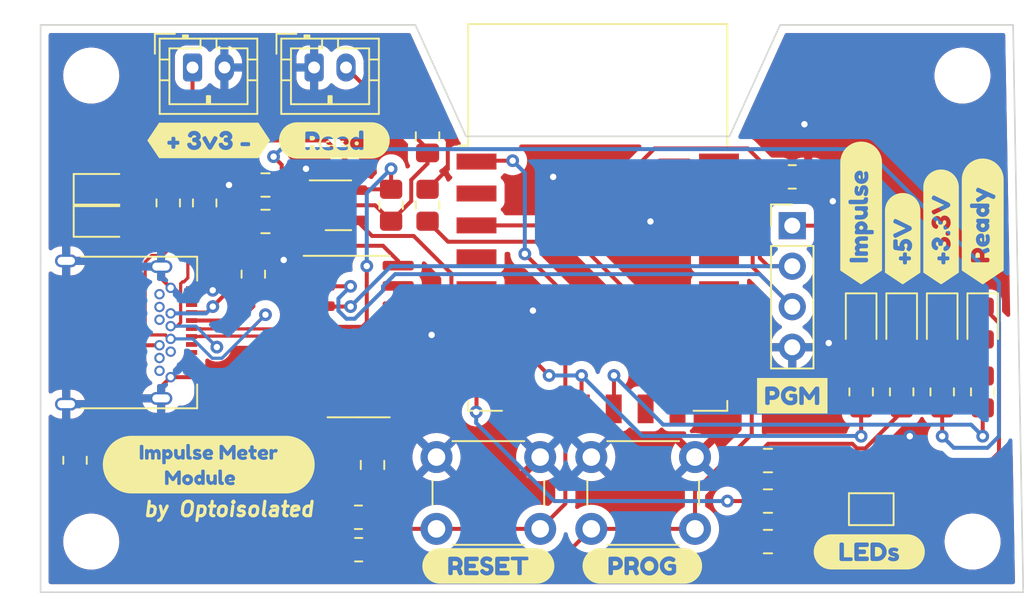
<source format=kicad_pcb>
(kicad_pcb (version 20211014) (generator pcbnew)
  (layers (0 "F.Cu" signal) (31 "B.Cu" signal) (34 "B.Paste" user) (35 "F.Paste" user) (36 "B.SilkS" user "B.Silkscreen") (37 "F.SilkS" user "F.Silkscreen") (38 "B.Mask" user) (39 "F.Mask" user) (44 "Edge.Cuts" user))
  (net 0 "")
  (net 1 "GND")
  (net 2 "Net-(C1-Pad2)")
  (net 3 "+5V")
  (net 4 "+3V3")
  (net 5 "Net-(D1-Pad1)")
  (net 6 "Net-(D4-Pad1)")
  (net 7 "Net-(D4-Pad2)")
  (net 8 "Net-(D5-Pad2)")
  (net 9 "Net-(D6-Pad2)")
  (net 10 "Net-(D7-Pad2)")
  (net 13 "Net-(J2-PadA5)")
  (net 14 "/USBD+")
  (net 15 "/USBD-")
  (net 21 "Net-(J2-PadB5)")
  (net 25 "TX")
  (net 26 "RX")
  (net 27 "Net-(R6-Pad2)")
  (net 28 "Net-(R7-Pad1)")
  (net 29 "Net-(R8-Pad1)")
  (net 30 "Net-(R9-Pad2)")
  (net 31 "RDY")
  (net 32 "TRIG")
  (footprint "Resistor_SMD:R_0805_2012Metric_Pad1.20x1.40mm_HandSolder" (layer "F.Cu") (at 120.65 93.488 90)
    (fp_text reference "R11" hide)
    (fp_text value "1K")
    (pad "1" smd roundrect locked (at -1 0 90) (size 1.2 1.4) (layers "F.Cu" "F.Paste" "F.Mask") (roundrect_rratio 0.208333) (net 4 "+3V3"))
    (pad "2" smd roundrect locked (at 1 0 90) (size 1.2 1.4) (layers "F.Cu" "F.Paste" "F.Mask") (roundrect_rratio 0.208333) (net 8 "Net-(D5-Pad2)"))
  )
  (footprint "Resistor_SMD:R_0805_2012Metric_Pad1.20x1.40mm_HandSolder" (layer "F.Cu") (at 118.11 93.488 90)
    (fp_text reference "R13" hide)
    (fp_text value "1K")
    (pad "1" smd roundrect locked (at -1 0 90) (size 1.2 1.4) (layers "F.Cu" "F.Paste" "F.Mask") (roundrect_rratio 0.208333) (net 32 "TRIG"))
    (pad "2" smd roundrect locked (at 1 0 90) (size 1.2 1.4) (layers "F.Cu" "F.Paste" "F.Mask") (roundrect_rratio 0.208333) (net 10 "Net-(D7-Pad2)"))
  )
  (footprint "kibuzzard-61B51C69" (layer "F.Cu") (at 85.09 77.724)
    (fp_text reference "kibuzzard-61B51C69" hide)
    (fp_text value "G***" hide)
  )
  (footprint "Jumper:SolderJumper-2_P1.3mm_Bridged_Pad1.0x1.5mm" (layer "F.Cu") (at 118.745 100.838)
    (fp_text reference "JP1" hide)
    (fp_text value "LEDs")
    (fp_poly (pts (xy -0.25 -0.3) (xy 0.25 -0.3) (xy 0.25 0.3) (xy -0.25 0.3)) (layer "F.Cu") (width 0) (fill solid))
    (pad "1" smd rect locked (at -0.65 0) (size 1 1.5) (layers "F.Cu" "F.Mask") (net 6 "Net-(D4-Pad1)"))
    (pad "2" smd rect locked (at 0.65 0) (size 1 1.5) (layers "F.Cu" "F.Mask") (net 1 "GND"))
  )
  (footprint "Button_Switch_THT:SW_PUSH_6mm" (layer "F.Cu") (at 91.492 97.572)
    (fp_text reference "SW1" hide)
    (fp_text value "Reset")
    (pad "1" thru_hole circle locked (at 0 0 90) (size 2 2) (drill 1.1) (layers *.Cu *.Mask) (net 1 "GND"))
    (pad "1" thru_hole circle locked (at 6.5 0 90) (size 2 2) (drill 1.1) (layers *.Cu *.Mask) (net 1 "GND"))
    (pad "2" thru_hole circle locked (at 6.5 4.5 90) (size 2 2) (drill 1.1) (layers *.Cu *.Mask) (net 28 "Net-(R7-Pad1)"))
    (pad "2" thru_hole circle locked (at 0 4.5 90) (size 2 2) (drill 1.1) (layers *.Cu *.Mask) (net 28 "Net-(R7-Pad1)"))
  )
  (footprint "kibuzzard-61B51CF9" (layer "F.Cu") (at 118.618 103.514525)
    (fp_text reference "kibuzzard-61B51CF9" hide)
    (fp_text value "G***" hide)
  )
  (footprint "kibuzzard-61B4AE05" (layer "F.Cu") (at 104.394 104.394)
    (fp_text reference "kibuzzard-61B4AE05" hide)
    (fp_text value "G***" hide)
  )
  (footprint "Capacitor_SMD:C_0805_2012Metric_Pad1.18x1.45mm_HandSolder" (layer "F.Cu") (at 87.4815 98.0655 90)
    (fp_text reference "C4" hide)
    (fp_text value "100n")
    (pad "1" smd roundrect locked (at -1.0375 0 90) (size 1.175 1.45) (layers "F.Cu" "F.Paste" "F.Mask") (roundrect_rratio 0.212766) (net 1 "GND"))
    (pad "2" smd roundrect locked (at 1.0375 0 90) (size 1.175 1.45) (layers "F.Cu" "F.Paste" "F.Mask") (roundrect_rratio 0.212766) (net 4 "+3V3"))
  )
  (footprint "Connector_PinHeader_2.54mm:PinHeader_1x04_P2.54mm_Vertical" (layer "F.Cu") (at 113.792 83.068)
    (fp_text reference "J3" hide)
    (fp_text value "PROG")
    (pad "1" thru_hole rect locked (at 0 0) (size 1.7 1.7) (drill 1) (layers *.Cu *.Mask) (net 4 "+3V3"))
    (pad "2" thru_hole oval locked (at 0 2.54) (size 1.7 1.7) (drill 1) (layers *.Cu *.Mask) (net 25 "TX"))
    (pad "3" thru_hole oval locked (at 0 5.08) (size 1.7 1.7) (drill 1) (layers *.Cu *.Mask) (net 26 "RX"))
    (pad "4" thru_hole oval locked (at 0 7.62) (size 1.7 1.7) (drill 1) (layers *.Cu *.Mask) (net 1 "GND"))
  )
  (footprint "MountingHole:MountingHole_2.5mm" (layer "F.Cu") (at 125.095 102.87)
    (fp_text reference "REF**" hide)
    (fp_text value "MountingHole_2.5mm" hide)
    (pad "" np_thru_hole circle locked (at 0 0) (size 2.5 2.5) (drill 2.5) (layers *.Cu *.Mask))
  )
  (footprint "Capacitor_SMD:C_0805_2012Metric_Pad1.18x1.45mm_HandSolder" (layer "F.Cu") (at 112.268 97.79)
    (fp_text reference "C5" hide)
    (fp_text value "10u")
    (pad "1" smd roundrect locked (at -1.0375 0) (size 1.175 1.45) (layers "F.Cu" "F.Paste" "F.Mask") (roundrect_rratio 0.212766) (net 4 "+3V3"))
    (pad "2" smd roundrect locked (at 1.0375 0) (size 1.175 1.45) (layers "F.Cu" "F.Paste" "F.Mask") (roundrect_rratio 0.212766) (net 1 "GND"))
  )
  (footprint "kibuzzard-61B4AE0E" (layer "F.Cu") (at 94.742 104.394)
    (fp_text reference "kibuzzard-61B4AE0E" hide)
    (fp_text value "G***" hide)
  )
  (footprint "kibuzzard-61B51D56" (layer "F.Cu") (at 113.792 93.726)
    (fp_text reference "kibuzzard-61B51D56" hide)
    (fp_text value "G***" hide)
  )
  (footprint "MountingHole:MountingHole_2.5mm" (layer "F.Cu") (at 69.85 102.87)
    (fp_text reference "REF**" hide)
    (fp_text value "MountingHole_2.5mm" hide)
    (pad "" np_thru_hole circle locked (at 0 0) (size 2.5 2.5) (drill 2.5) (layers *.Cu *.Mask))
  )
  (footprint "Connector_JST:JST_PH_B2B-PH-K_1x02_P2.00mm_Vertical" (layer "F.Cu") (at 76.2 73.152)
    (fp_text reference "J1" hide)
    (fp_text value "3.3V DC")
    (pad "1" thru_hole roundrect locked (at 0 0) (size 1.2 1.75) (drill 0.75) (layers *.Cu *.Mask) (roundrect_rratio 0.208333) (net 4 "+3V3"))
    (pad "2" thru_hole oval locked (at 2 0) (size 1.2 1.75) (drill 0.75) (layers *.Cu *.Mask) (net 1 "GND"))
  )
  (footprint "Resistor_SMD:R_0805_2012Metric_Pad1.20x1.40mm_HandSolder" (layer "F.Cu") (at 74.676 81.642 90)
    (fp_text reference "R5" hide)
    (fp_text value "15K")
    (pad "1" smd roundrect locked (at -1 0 90) (size 1.2 1.4) (layers "F.Cu" "F.Paste" "F.Mask") (roundrect_rratio 0.208333) (net 14 "/USBD+"))
    (pad "2" smd roundrect locked (at 1 0 90) (size 1.2 1.4) (layers "F.Cu" "F.Paste" "F.Mask") (roundrect_rratio 0.208333) (net 1 "GND"))
  )
  (footprint "kibuzzard-61B52BC4" (layer "F.Cu") (at 77.216 98.044)
    (fp_text reference "kibuzzard-61B52BC4" hide)
    (fp_text value "G***" hide)
  )
  (footprint "Diode_SMD:D_0805_2012Metric_Pad1.15x1.40mm_HandSolder" (layer "F.Cu") (at 70.612 80.787)
    (fp_text reference "D1" hide)
    (fp_text value "1N4728")
    (pad "1" smd roundrect locked (at -1.025 0) (size 1.15 1.4) (layers "F.Cu" "F.Paste" "F.Mask") (roundrect_rratio 0.217391) (net 5 "Net-(D1-Pad1)"))
    (pad "2" smd roundrect locked (at 1.025 0) (size 1.15 1.4) (layers "F.Cu" "F.Paste" "F.Mask") (roundrect_rratio 0.217391) (net 3 "+5V"))
  )
  (footprint "kibuzzard-61B4AC1D" (layer "F.Cu") (at 123.11962 83.148488 90)
    (fp_text reference "kibuzzard-61B4AC1D" hide)
    (fp_text value "G***" hide)
  )
  (footprint "Resistor_SMD:R_0805_2012Metric_Pad1.20x1.40mm_HandSolder" (layer "F.Cu") (at 86.598 101.346 180)
    (fp_text reference "R7" hide)
    (fp_text value "10K")
    (pad "1" smd roundrect locked (at -1 0 180) (size 1.2 1.4) (layers "F.Cu" "F.Paste" "F.Mask") (roundrect_rratio 0.208333) (net 28 "Net-(R7-Pad1)"))
    (pad "2" smd roundrect locked (at 1 0 180) (size 1.2 1.4) (layers "F.Cu" "F.Paste" "F.Mask") (roundrect_rratio 0.208333) (net 4 "+3V3"))
  )
  (footprint "kibuzzard-61B4AC41" (layer "F.Cu") (at 125.73 82.804 90)
    (fp_text reference "kibuzzard-61B4AC41" hide)
    (fp_text value "G***" hide)
  )
  (footprint "Capacitor_SMD:C_0805_2012Metric_Pad1.18x1.45mm_HandSolder" (layer "F.Cu") (at 90.932 77.47 -90)
    (fp_text reference "C1" hide)
    (fp_text value "100nF")
    (pad "1" smd roundrect locked (at -1.0375 0 270) (size 1.175 1.45) (layers "F.Cu" "F.Paste" "F.Mask") (roundrect_rratio 0.212766) (net 1 "GND"))
    (pad "2" smd roundrect locked (at 1.0375 0 270) (size 1.175 1.45) (layers "F.Cu" "F.Paste" "F.Mask") (roundrect_rratio 0.212766) (net 2 "Net-(C1-Pad2)"))
  )
  (footprint "MountingHole:MountingHole_2.5mm" (layer "F.Cu") (at 124.46 73.66)
    (fp_text reference "REF**" hide)
    (fp_text value "MountingHole_2.5mm" hide)
    (pad "" np_thru_hole circle locked (at 0 0) (size 2.5 2.5) (drill 2.5) (layers *.Cu *.Mask))
  )
  (footprint "Resistor_SMD:R_0805_2012Metric_Pad1.20x1.40mm_HandSolder" (layer "F.Cu") (at 125.73 93.488 90)
    (fp_text reference "R12" hide)
    (fp_text value "1K")
    (pad "1" smd roundrect locked (at -1 0 90) (size 1.2 1.4) (layers "F.Cu" "F.Paste" "F.Mask") (roundrect_rratio 0.208333) (net 31 "RDY"))
    (pad "2" smd roundrect locked (at 1 0 90) (size 1.2 1.4) (layers "F.Cu" "F.Paste" "F.Mask") (roundrect_rratio 0.208333) (net 9 "Net-(D6-Pad2)"))
  )
  (footprint "Diode_SMD:D_0805_2012Metric_Pad1.15x1.40mm_HandSolder" (layer "F.Cu") (at 70.612 82.804)
    (fp_text reference "D3" hide)
    (fp_text value "1N4728")
    (pad "1" smd roundrect locked (at -1.025 0) (size 1.15 1.4) (layers "F.Cu" "F.Paste" "F.Mask") (roundrect_rratio 0.217391) (net 4 "+3V3"))
    (pad "2" smd roundrect locked (at 1.025 0) (size 1.15 1.4) (layers "F.Cu" "F.Paste" "F.Mask") (roundrect_rratio 0.217391) (net 5 "Net-(D1-Pad1)"))
  )
  (footprint "Resistor_SMD:R_0805_2012Metric_Pad1.20x1.40mm_HandSolder" (layer "F.Cu") (at 76.962 81.642 90)
    (fp_text reference "R4" hide)
    (fp_text value "15K")
    (pad "1" smd roundrect locked (at -1 0 90) (size 1.2 1.4) (layers "F.Cu" "F.Paste" "F.Mask") (roundrect_rratio 0.208333) (net 15 "/USBD-"))
    (pad "2" smd roundrect locked (at 1 0 90) (size 1.2 1.4) (layers "F.Cu" "F.Paste" "F.Mask") (roundrect_rratio 0.208333) (net 1 "GND"))
  )
  (footprint "Resistor_SMD:R_0805_2012Metric_Pad1.20x1.40mm_HandSolder" (layer "F.Cu") (at 86.614 103.378 180)
    (fp_text reference "R8" hide)
    (fp_text value "10K")
    (pad "1" smd roundrect locked (at -1 0 180) (size 1.2 1.4) (layers "F.Cu" "F.Paste" "F.Mask") (roundrect_rratio 0.208333) (net 29 "Net-(R8-Pad1)"))
    (pad "2" smd roundrect locked (at 1 0 180) (size 1.2 1.4) (layers "F.Cu" "F.Paste" "F.Mask") (roundrect_rratio 0.208333) (net 4 "+3V3"))
  )
  (footprint "Capacitor_SMD:C_0805_2012Metric_Pad1.18x1.45mm_HandSolder" (layer "F.Cu") (at 112.268 102.87)
    (fp_text reference "C7" hide)
    (fp_text value "100n")
    (pad "1" smd roundrect locked (at -1.0375 0) (size 1.175 1.45) (layers "F.Cu" "F.Paste" "F.Mask") (roundrect_rratio 0.212766) (net 4 "+3V3"))
    (pad "2" smd roundrect locked (at 1.0375 0) (size 1.175 1.45) (layers "F.Cu" "F.Paste" "F.Mask") (roundrect_rratio 0.212766) (net 1 "GND"))
  )
  (footprint "Package_TO_SOT_SMD:SOT-23-5" (layer "F.Cu") (at 85.344 81.788)
    (fp_text reference "U1" hide)
    (fp_text value "SN74LVC1G14DBV" hide)
    (pad "1" smd roundrect locked (at -1.1375 -0.95) (size 1.325 0.6) (layers "F.Cu" "F.Paste" "F.Mask"))
    (pad "2" smd roundrect locked (at -1.1375 0) (size 1.325 0.6) (layers "F.Cu" "F.Paste" "F.Mask") (net 2 "Net-(C1-Pad2)"))
    (pad "3" smd roundrect locked (at -1.1375 0.95) (size 1.325 0.6) (layers "F.Cu" "F.Paste" "F.Mask") (net 1 "GND"))
    (pad "4" smd roundrect locked (at 1.1375 0.95) (size 1.325 0.6) (layers "F.Cu" "F.Paste" "F.Mask") (net 32 "TRIG"))
    (pad "5" smd roundrect locked (at 1.1375 -0.95) (size 1.325 0.6) (layers "F.Cu" "F.Paste" "F.Mask") (net 4 "+3V3"))
  )
  (footprint "Connector_JST:JST_PH_B2B-PH-K_1x02_P2.00mm_Vertical" (layer "F.Cu") (at 83.82 73.152)
    (fp_text reference "REED1" hide)
    (fp_text value "Reed Switch")
    (pad "1" thru_hole roundrect locked (at 0 0) (size 1.2 1.75) (drill 0.75) (layers *.Cu *.Mask) (roundrect_rratio 0.208333) (net 1 "GND"))
    (pad "2" thru_hole oval locked (at 2 0) (size 1.2 1.75) (drill 0.75) (layers *.Cu *.Mask) (net 2 "Net-(C1-Pad2)"))
  )
  (footprint "Resistor_SMD:R_0805_2012Metric_Pad1.20x1.40mm_HandSolder" (layer "F.Cu") (at 68.834 97.774 -90)
    (fp_text reference "R3" hide)
    (fp_text value "5K1")
    (pad "1" smd roundrect locked (at -1 0 270) (size 1.2 1.4) (layers "F.Cu" "F.Paste" "F.Mask") (roundrect_rratio 0.208333) (net 21 "Net-(J2-PadB5)"))
    (pad "2" smd roundrect locked (at 1 0 270) (size 1.2 1.4) (layers "F.Cu" "F.Paste" "F.Mask") (roundrect_rratio 0.208333) (net 1 "GND"))
  )
  (footprint "Capacitor_SMD:C_0805_2012Metric_Pad1.18x1.45mm_HandSolder" (layer "F.Cu") (at 80.772 82.804)
    (fp_text reference "C3" hide)
    (fp_text value "100n")
    (pad "1" smd roundrect locked (at -1.0375 0) (size 1.175 1.45) (layers "F.Cu" "F.Paste" "F.Mask") (roundrect_rratio 0.212766) (net 1 "GND"))
    (pad "2" smd roundrect locked (at 1.0375 0) (size 1.175 1.45) (layers "F.Cu" "F.Paste" "F.Mask") (roundrect_rratio 0.212766) (net 3 "+5V"))
  )
  (footprint "LED_SMD:LED_0805_2012Metric_Pad1.15x1.40mm_HandSolder" (layer "F.Cu") (at 118.11 89.17 -90)
    (fp_text reference "D7")
    (fp_text value "Impulse" hide)
    (pad "1" smd roundrect locked (at -1.025 0 270) (size 1.15 1.4) (layers "F.Cu" "F.Paste" "F.Mask") (roundrect_rratio 0.217391) (net 6 "Net-(D4-Pad1)"))
    (pad "2" smd roundrect locked (at 1.025 0 270) (size 1.15 1.4) (layers "F.Cu" "F.Paste" "F.Mask") (roundrect_rratio 0.217391) (net 10 "Net-(D7-Pad2)"))
  )
  (footprint "Resistor_SMD:R_0805_2012Metric_Pad1.20x1.40mm_HandSolder" (layer "F.Cu") (at 90.932 81.788 -90)
    (fp_text reference "R9" hide)
    (fp_text value "10K")
    (pad "1" smd roundrect locked (at -1 0 270) (size 1.2 1.4) (layers "F.Cu" "F.Paste" "F.Mask") (roundrect_rratio 0.208333) (net 1 "GND"))
    (pad "2" smd roundrect locked (at 1 0 270) (size 1.2 1.4) (layers "F.Cu" "F.Paste" "F.Mask") (roundrect_rratio 0.208333) (net 30 "Net-(R9-Pad2)"))
  )
  (footprint "LED_SMD:LED_0805_2012Metric_Pad1.15x1.40mm_HandSolder" (layer "F.Cu") (at 120.65 89.17 -90)
    (fp_text reference "D5")
    (fp_text value "+3V3" hide)
    (pad "1" smd roundrect locked (at -1.025 0 270) (size 1.15 1.4) (layers "F.Cu" "F.Paste" "F.Mask") (roundrect_rratio 0.217391) (net 6 "Net-(D4-Pad1)"))
    (pad "2" smd roundrect locked (at 1.025 0 270) (size 1.15 1.4) (layers "F.Cu" "F.Paste" "F.Mask") (roundrect_rratio 0.217391) (net 8 "Net-(D5-Pad2)"))
  )
  (footprint "Resistor_SMD:R_0805_2012Metric_Pad1.20x1.40mm_HandSolder" (layer "F.Cu") (at 88.646 81.788 -90)
    (fp_text reference "R1" hide)
    (fp_text value "15K")
    (pad "1" smd roundrect locked (at -1 0 270) (size 1.2 1.4) (layers "F.Cu" "F.Paste" "F.Mask") (roundrect_rratio 0.208333) (net 4 "+3V3"))
    (pad "2" smd roundrect locked (at 1 0 270) (size 1.2 1.4) (layers "F.Cu" "F.Paste" "F.Mask") (roundrect_rratio 0.208333) (net 2 "Net-(C1-Pad2)"))
  )
  (footprint "LED_SMD:LED_0805_2012Metric_Pad1.15x1.40mm_HandSolder" (layer "F.Cu") (at 123.19 89.17 -90)
    (fp_text reference "D4")
    (fp_text value "+5V" hide)
    (pad "1" smd roundrect locked (at -1.025 0 270) (size 1.15 1.4) (layers "F.Cu" "F.Paste" "F.Mask") (roundrect_rratio 0.217391) (net 6 "Net-(D4-Pad1)"))
    (pad "2" smd roundrect locked (at 1.025 0 270) (size 1.15 1.4) (layers "F.Cu" "F.Paste" "F.Mask") (roundrect_rratio 0.217391) (net 7 "Net-(D4-Pad2)"))
  )
  (footprint "kibuzzard-61B4AC13" (layer "F.Cu") (at 120.712441 83.883765 90)
    (fp_text reference "kibuzzard-61B4AC13" hide)
    (fp_text value "G***" hide)
  )
  (footprint "Connector_USB:USB_C_Receptacle_Amphenol_12401548E4-2A" (layer "F.Cu") (at 71.12 89.7636 -90)
    (fp_text reference "J2" hide)
    (fp_text value "USB")
    (pad "" np_thru_hole circle locked (at -3.6 -4.36 270) (size 0.65 0.65) (drill 0.65) (layers *.Cu *.Mask))
    (pad "" np_thru_hole oval locked (at 3.6 -4.36 270) (size 0.95 0.65) (drill oval 0.95 0.65) (layers *.Cu *.Mask))
    (pad "A1" smd rect locked (at -2.75 -5.02 270) (size 0.3 0.7) (layers "F.Cu" "F.Paste" "F.Mask") (net 1 "GND"))
    (pad "A2" smd rect locked (at -2.25 -5.02 270) (size 0.3 0.7) (layers "F.Cu" "F.Paste" "F.Mask"))
    (pad "A3" smd rect locked (at -1.75 -5.02 270) (size 0.3 0.7) (layers "F.Cu" "F.Paste" "F.Mask"))
    (pad "A4" smd rect locked (at -1.25 -5.02 270) (size 0.3 0.7) (layers "F.Cu" "F.Paste" "F.Mask") (net 3 "+5V"))
    (pad "A5" smd rect locked (at -0.75 -5.02 270) (size 0.3 0.7) (layers "F.Cu" "F.Paste" "F.Mask") (net 13 "Net-(J2-PadA5)"))
    (pad "A6" smd rect locked (at -0.25 -5.02 270) (size 0.3 0.7) (layers "F.Cu" "F.Paste" "F.Mask") (net 14 "/USBD+"))
    (pad "A7" smd rect locked (at 0.25 -5.02 270) (size 0.3 0.7) (layers "F.Cu" "F.Paste" "F.Mask") (net 15 "/USBD-"))
    (pad "A8" smd rect locked (at 0.75 -5.02 270) (size 0.3 0.7) (layers "F.Cu" "F.Paste" "F.Mask"))
    (pad "A9" smd rect locked (at 1.25 -5.02 270) (size 0.3 0.7) (layers "F.Cu" "F.Paste" "F.Mask") (net 3 "+5V"))
    (pad "A10" smd rect locked (at 1.75 -5.02 270) (size 0.3 0.7) (layers "F.Cu" "F.Paste" "F.Mask"))
    (pad "A11" smd rect locked (at 2.25 -5.02 270) (size 0.3 0.7) (layers "F.Cu" "F.Paste" "F.Mask"))
    (pad "A12" smd rect locked (at 2.75 -5.02 270) (size 0.3 0.7) (layers "F.Cu" "F.Paste" "F.Mask") (net 1 "GND"))
    (pad "B1" thru_hole circle locked (at 2.8 -3.71 270) (size 0.65 0.65) (drill 0.4) (layers *.Cu *.Mask) (net 1 "GND"))
    (pad "B2" thru_hole circle locked (at 2.4 -3.01 270) (size 0.65 0.65) (drill 0.4) (layers *.Cu *.Mask))
    (pad "B3" thru_hole circle locked (at 1.6 -3.01 270) (size 0.65 0.65) (drill 0.4) (layers *.Cu *.Mask))
    (pad "B4" thru_hole circle locked (at 1.2 -3.71 270) (size 0.65 0.65) (drill 0.4) (layers *.Cu *.Mask) (net 3 "+5V"))
    (pad "B5" thru_hole circle locked (at 0.8 -3.01 270) (size 0.65 0.65) (drill 0.4) (layers *.Cu *.Mask) (net 21 "Net-(J2-PadB5)"))
    (pad "B6" thru_hole circle locked (at 0.4 -3.71 270) (size 0.65 0.65) (drill 0.4) (layers *.Cu *.Mask) (net 14 "/USBD+"))
    (pad "B7" thru_hole circle locked (at -0.4 -3.71 270) (size 0.65 0.65) (drill 0.4) (layers *.Cu *.Mask) (net 15 "/USBD-"))
    (pad "B8" thru_hole circle locked (at -0.8 -3.01 270) (size 0.65 0.65) (drill 0.4) (layers *.Cu *.Mask))
    (pad "B9" thru_hole circle locked (at -1.2 -3.71 270) (size 0.65 0.65) (drill 0.4) (layers *.Cu *.Mask) (net 3 "+5V"))
    (pad "B10" thru_hole circle locked (at -1.6 -3.01 270) (size 0.65 0.65) (drill 0.4) (layers *.Cu *.Mask))
    (pad "B11" thru_hole circle locked (at -2.4 -3.01 270) (size 0.65 0.65) (drill 0.4) (layers *.Cu *.Mask))
    (pad "B12" thru_hole circle locked (at -2.8 -3.71 270) (size 0.65 0.65) (drill 0.4) (layers *.Cu *.Mask) (net 1 "GND"))
    (pad "S1" thru_hole oval locked (at -4.49 2.84 270) (size 0.8 1.4) (drill oval 0.5 1.1) (layers *.Cu *.Mask) (net 1 "GND"))
    (pad "S1" thru_hole oval locked (at 4.49 2.84 270) (size 0.8 1.4) (drill oval 0.5 1.1) (layers *.Cu *.Mask) (net 1 "GND"))
    (pad "S1" thru_hole oval locked (at -4.13 -3.11 270) (size 0.8 1.4) (drill oval 0.5 1.1) (layers *.Cu *.Mask) (net 1 "GND"))
    (pad "S1" thru_hole oval locked (at 4.13 -3.11 270) (size 0.8 1.4) (drill oval 0.5 1.1) (layers *.Cu *.Mask) (net 1 "GND"))
  )
  (footprint "Capacitor_SMD:C_0805_2012Metric_Pad1.18x1.45mm_HandSolder" (layer "F.Cu") (at 112.268 100.33)
    (fp_text reference "C6" hide)
    (fp_text value "1u")
    (pad "1" smd roundrect locked (at -1.0375 0) (size 1.175 1.45) (layers "F.Cu" "F.Paste" "F.Mask") (roundrect_rratio 0.212766) (net 4 "+3V3"))
    (pad "2" smd roundrect locked (at 1.0375 0) (size 1.175 1.45) (layers "F.Cu" "F.Paste" "F.Mask") (roundrect_rratio 0.212766) (net 1 "GND"))
  )
  (footprint "Capacitor_SMD:C_0805_2012Metric_Pad1.18x1.45mm_HandSolder" (layer "F.Cu") (at 80.772 80.518)
    (fp_text reference "C2" hide)
    (fp_text value "10u")
    (pad "1" smd roundrect locked (at -1.0375 0) (size 1.175 1.45) (layers "F.Cu" "F.Paste" "F.Mask") (roundrect_rratio 0.212766) (net 1 "GND"))
    (pad "2" smd roundrect locked (at 1.0375 0) (size 1.175 1.45) (layers "F.Cu" "F.Paste" "F.Mask") (roundrect_rratio 0.212766) (net 3 "+5V"))
  )
  (footprint "Button_Switch_THT:SW_PUSH_6mm" (layer "F.Cu") (at 107.696 102.072 180)
    (fp_text reference "SW2" hide)
    (fp_text value "Prog")
    (pad "1" thru_hole circle locked (at 0 0 270) (size 2 2) (drill 1.1) (layers *.Cu *.Mask) (net 29 "Net-(R8-Pad1)"))
    (pad "1" thru_hole circle locked (at 6.5 0 270) (size 2 2) (drill 1.1) (layers *.Cu *.Mask) (net 29 "Net-(R8-Pad1)"))
    (pad "2" thru_hole circle locked (at 6.5 4.5 270) (size 2 2) (drill 1.1) (layers *.Cu *.Mask) (net 1 "GND"))
    (pad "2" thru_hole circle locked (at 0 4.5 270) (size 2 2) (drill 1.1) (layers *.Cu *.Mask) (net 1 "GND"))
  )
  (footprint "Package_SO:SOIC-16_3.9x9.9mm_P1.27mm" (layer "F.Cu") (at 86.614 90.0176)
    (fp_text reference "U2" hide)
    (fp_text value "CH340C")
    (pad "1" smd roundrect locked (at -2.475 -4.445) (size 1.95 0.6) (layers "F.Cu" "F.Paste" "F.Mask") (net 1 "GND"))
    (pad "2" smd roundrect locked (at -2.475 -3.175) (size 1.95 0.6) (layers "F.Cu" "F.Paste" "F.Mask") (net 26 "RX"))
    (pad "3" smd roundrect locked (at -2.475 -1.905) (size 1.95 0.6) (layers "F.Cu" "F.Paste" "F.Mask") (net 25 "TX"))
    (pad "4" smd roundrect locked (at -2.475 -0.635) (size 1.95 0.6) (layers "F.Cu" "F.Paste" "F.Mask") (net 4 "+3V3"))
    (pad "5" smd roundrect locked (at -2.475 0.635) (size 1.95 0.6) (layers "F.Cu" "F.Paste" "F.Mask") (net 14 "/USBD+"))
    (pad "6" smd roundrect locked (at -2.475 1.905) (size 1.95 0.6) (layers "F.Cu" "F.Paste" "F.Mask") (net 15 "/USBD-"))
    (pad "7" smd roundrect locked (at -2.475 3.175) (size 1.95 0.6) (layers "F.Cu" "F.Paste" "F.Mask"))
    (pad "8" smd roundrect locked (at -2.475 4.445) (size 1.95 0.6) (layers "F.Cu" "F.Paste" "F.Mask"))
    (pad "9" smd roundrect locked (at 2.475 4.445) (size 1.95 0.6) (layers "F.Cu" "F.Paste" "F.Mask"))
    (pad "10" smd roundrect locked (at 2.475 3.175) (size 1.95 0.6) (layers "F.Cu" "F.Paste" "F.Mask"))
    (pad "11" smd roundrect locked (at 2.475 1.905) (size 1.95 0.6) (layers "F.Cu" "F.Paste" "F.Mask"))
    (pad "12" smd roundrect locked (at 2.475 0.635) (size 1.95 0.6) (layers "F.Cu" "F.Paste" "F.Mask"))
    (pad "13" smd roundrect locked (at 2.475 -0.635) (size 1.95 0.6) (layers "F.Cu" "F.Paste" "F.Mask"))
    (pad "14" smd roundrect locked (at 2.475 -1.905) (size 1.95 0.6) (layers "F.Cu" "F.Paste" "F.Mask"))
    (pad "15" smd roundrect locked (at 2.475 -3.175) (size 1.95 0.6) (layers "F.Cu" "F.Paste" "F.Mask"))
    (pad "16" smd roundrect locked (at 2.475 -4.445) (size 1.95 0.6) (layers "F.Cu" "F.Paste" "F.Mask") (net 3 "+5V"))
  )
  (footprint "kibuzzard-61B51C34" (layer "F.Cu") (at 77.216 77.724)
    (fp_text reference "kibuzzard-61B51C34" hide)
    (fp_text value "G***" hide)
  )
  (footprint "MountingHole:MountingHole_2.5mm" (layer "F.Cu") (at 69.85 73.66)
    (fp_text reference "REF**" hide)
    (fp_text value "MountingHole_2.5mm" hide)
    (pad "" np_thru_hole circle locked (at 0 0) (size 2.5 2.5) (drill 2.5) (layers *.Cu *.Mask))
  )
  (footprint "RF_Module:ESP-12E" (layer "F.Cu") (at 101.6 82.55)
    (fp_text reference "U3" hide)
    (fp_text value "ESP-12E")
    (pad "1" smd rect locked (at -7.6 -3.5) (size 2.5 1) (layers "F.Cu" "F.Paste" "F.Mask") (net 28 "Net-(R7-Pad1)"))
    (pad "2" smd rect locked (at -7.6 -1.5) (size 2.5 1) (layers "F.Cu" "F.Paste" "F.Mask"))
    (pad "3" smd rect locked (at -7.6 0.5) (size 2.5 1) (layers "F.Cu" "F.Paste" "F.Mask") (net 27 "Net-(R6-Pad2)"))
    (pad "4" smd rect locked (at -7.6 2.5) (size 2.5 1) (layers "F.Cu" "F.Paste" "F.Mask"))
    (pad "5" smd rect locked (at -7.6 4.5) (size 2.5 1) (layers "F.Cu" "F.Paste" "F.Mask"))
    (pad "6" smd rect locked (at -7.6 6.5) (size 2.5 1) (layers "F.Cu" "F.Paste" "F.Mask"))
    (pad "7" smd rect locked (at -7.6 8.5) (size 2.5 1) (layers "F.Cu" "F.Paste" "F.Mask"))
    (pad "8" smd rect locked (at -7.6 10.5) (size 2.5 1) (layers "F.Cu" "F.Paste" "F.Mask") (net 4 "+3V3"))
    (pad "9" smd rect locked (at -5 12) (size 1 1.8) (layers "F.Cu" "F.Paste" "F.Mask"))
    (pad "10" smd rect locked (at -3 12) (size 1 1.8) (layers "F.Cu" "F.Paste" "F.Mask"))
    (pad "11" smd rect locked (at -1 12) (size 1 1.8) (layers "F.Cu" "F.Paste" "F.Mask") (net 32 "TRIG"))
    (pad "12" smd rect locked (at 1 12) (size 1 1.8) (layers "F.Cu" "F.Paste" "F.Mask") (net 31 "RDY"))
    (pad "13" smd rect locked (at 3 12) (size 1 1.8) (layers "F.Cu" "F.Paste" "F.Mask"))
    (pad "14" smd rect locked (at 5 12) (size 1 1.8) (layers "F.Cu" "F.Paste" "F.Mask"))
    (pad "15" smd rect locked (at 7.6 10.5) (size 2.5 1) (layers "F.Cu" "F.Paste" "F.Mask") (net 1 "GND"))
    (pad "16" smd rect locked (at 7.6 8.5) (size 2.5 1) (layers "F.Cu" "F.Paste" "F.Mask") (net 30 "Net-(R9-Pad2)"))
    (pad "17" smd rect locked (at 7.6 6.5) (size 2.5 1) (layers "F.Cu" "F.Paste" "F.Mask"))
    (pad "18" smd rect locked (at 7.6 4.5) (size 2.5 1) (layers "F.Cu" "F.Paste" "F.Mask") (net 29 "Net-(R8-Pad1)"))
    (pad "19" smd rect locked (at 7.6 2.5) (size 2.5 1) (layers "F.Cu" "F.Paste" "F.Mask"))
    (pad "20" smd rect locked (at 7.6 0.5) (size 2.5 1) (layers "F.Cu" "F.Paste" "F.Mask"))
    (pad "21" smd rect locked (at 7.6 -1.5) (size 2.5 1) (layers "F.Cu" "F.Paste" "F.Mask") (net 26 "RX"))
    (pad "22" smd rect locked (at 7.6 -3.5) (size 2.5 1) (layers "F.Cu" "F.Paste" "F.Mask") (net 25 "TX"))
  )
  (footprint "kibuzzard-61B4AC28" (layer "F.Cu") (at 118.11 82.273775 90)
    (fp_text reference "kibuzzard-61B4AC28" hide)
    (fp_text value "G***" hide)
  )
  (footprint "Resistor_SMD:R_0805_2012Metric_Pad1.20x1.40mm_HandSolder" (layer "F.Cu") (at 123.19 93.488 90)
    (fp_text reference "R10" hide)
    (fp_text value "1K")
    (pad "1" smd roundrect locked (at -1 0 90) (size 1.2 1.4) (layers "F.Cu" "F.Paste" "F.Mask") (roundrect_rratio 0.208333) (net 3 "+5V"))
    (pad "2" smd roundrect locked (at 1 0 90) (size 1.2 1.4) (layers "F.Cu" "F.Paste" "F.Mask") (roundrect_rratio 0.208333) (net 7 "Net-(D4-Pad2)"))
  )
  (footprint "Resistor_SMD:R_0805_2012Metric_Pad1.20x1.40mm_HandSolder" (layer "F.Cu") (at 113.792 80.01 180)
    (fp_text reference "R6" hide)
    (fp_text value "10K")
    (pad "1" smd roundrect locked (at -1 0 180) (size 1.2 1.4) (layers "F.Cu" "F.Paste" "F.Mask") (roundrect_rratio 0.208333) (net 1 "GND"))
    (pad "2" smd roundrect locked (at 1 0 180) (size 1.2 1.4) (layers "F.Cu" "F.Paste" "F.Mask") (roundrect_rratio 0.208333) (net 27 "Net-(R6-Pad2)"))
  )
  (footprint "Resistor_SMD:R_0805_2012Metric_Pad1.20x1.40mm_HandSolder" (layer "F.Cu") (at 80.01 86.106 90)
    (fp_text reference "R2" hide)
    (fp_text value "5K1")
    (pad "1" smd roundrect locked (at -1 0 90) (size 1.2 1.4) (layers "F.Cu" "F.Paste" "F.Mask") (roundrect_rratio 0.208333) (net 13 "Net-(J2-PadA5)"))
    (pad "2" smd roundrect locked (at 1 0 90) (size 1.2 1.4) (layers "F.Cu" "F.Paste" "F.Mask") (roundrect_rratio 0.208333) (net 1 "GND"))
  )
  (footprint "LED_SMD:LED_0805_2012Metric_Pad1.15x1.40mm_HandSolder" (layer "F.Cu") (at 125.73 89.17 -90)
    (fp_text reference "D6")
    (fp_text value "Ready" hide)
    (pad "1" smd roundrect locked (at -1.025 0 270) (size 1.15 1.4) (layers "F.Cu" "F.Paste" "F.Mask") (roundrect_rratio 0.217391) (net 6 "Net-(D4-Pad1)"))
    (pad "2" smd roundrect locked (at 1.025 0 270) (size 1.15 1.4) (layers "F.Cu" "F.Paste" "F.Mask") (roundrect_rratio 0.217391) (net 9 "Net-(D6-Pad2)"))
  )
  (gr_line (start 128.27 106.045) (end 127.635 70.485) (layer "Edge.Cuts") (width 0.1))
  (gr_line (start 66.675 106.045) (end 128.27 106.045) (layer "Edge.Cuts") (width 0.1))
  (gr_line (start 90.17 70.485) (end 66.675 70.485) (layer "Edge.Cuts") (width 0.1))
  (gr_line (start 66.675 70.485) (end 66.675 106.045) (layer "Edge.Cuts") (width 0.1))
  (gr_line (start 113.03 70.485) (end 109.855 77.47) (layer "Edge.Cuts") (width 0.1))
  (gr_line (start 127.635 70.485) (end 113.03 70.485) (layer "Edge.Cuts") (width 0.1))
  (gr_line (start 93.345 77.47) (end 90.17 70.485) (layer "Edge.Cuts") (width 0.1))
  (gr_line (start 109.855 77.47) (end 93.345 77.47) (layer "Edge.Cuts") (width 0.1))
  (gr_text "by Optoisolated" (at 78.486 100.838) (layer "F.SilkS") (effects (font (size 0.9 0.9) (thickness 0.2) italic)))
  (segment (start 91.4185 76.4325) (end 90.932 76.4325) (width 0.25) (layer "F.Cu") (net 1))
  (segment (start 79.7345 83.0365) (end 81.915 85.217) (width 0.25) (layer "F.Cu") (net 1))
  (segment (start 77.465701 87.117701) (end 77.3616 87.0136) (width 0.25) (layer "F.Cu") (net 1))
  (segment (start 74.23 93.8936) (end 74.23 93.1636) (width 0.25) (layer "F.Cu") (net 1))
  (segment (start 83.058 81.973072) (end 83.058 79.756) (width 0.25) (layer "F.Cu") (net 1))
  (segment (start 82.2706 85.5726) (end 81.915 85.217) (width 0.25) (layer "F.Cu") (net 1))
  (segment (start 76.09 92.5636) (end 76.14 92.5136) (width 0.25) (layer "F.Cu") (net 1))
  (segment (start 79.7345 80.518) (end 78.486 80.518) (width 0.25) (layer "F.Cu") (net 1))
  (segment (start 79.7345 82.804) (end 79.7345 84.8305) (width 0.25) (layer "F.Cu") (net 1))
  (segment (start 78.486 80.518) (end 74.8 80.518) (width 0.25) (layer "F.Cu") (net 1))
  (segment (start 84.139 85.5726) (end 82.2706 85.5726) (width 0.25) (layer "F.Cu") (net 1))
  (segment (start 92.202 79.518) (end 92.202 77.216) (width 0.25) (layer "F.Cu") (net 1))
  (segment (start 92.202 77.216) (end 91.4185 76.4325) (width 0.25) (layer "F.Cu") (net 1))
  (segment (start 80.026 85.09) (end 80.01 85.106) (width 0.25) (layer "F.Cu") (net 1))
  (segment (start 74.23 93.1636) (end 74.83 92.5636) (width 0.25) (layer "F.Cu") (net 1))
  (segment (start 74.23 86.3636) (end 74.83 86.9636) (width 0.25) (layer "F.Cu") (net 1))
  (segment (start 83.822928 82.738) (end 83.058 81.973072) (width 0.25) (layer "F.Cu") (net 1))
  (segment (start 84.139 85.5726) (end 84.1136 85.598) (width 0.25) (layer "F.Cu") (net 1))
  (segment (start 77.3616 87.0136) (end 76.14 87.0136) (width 0.25) (layer "F.Cu") (net 1))
  (segment (start 79.7345 84.8305) (end 80.01 85.106) (width 0.25) (layer "F.Cu") (net 1))
  (segment (start 74.83 92.5636) (end 76.09 92.5636) (width 0.25) (layer "F.Cu") (net 1))
  (segment (start 74.8 80.518) (end 74.676 80.642) (width 0.25) (layer "F.Cu") (net 1))
  (segment (start 81.788 85.09) (end 80.026 85.09) (width 0.25) (layer "F.Cu") (net 1))
  (segment (start 79.7345 82.804) (end 79.7345 83.0365) (width 0.25) (layer "F.Cu") (net 1))
  (segment (start 74.23 85.6336) (end 74.23 86.3636) (width 0.25) (layer "F.Cu") (net 1))
  (segment (start 83.058 79.756) (end 83.312 79.502) (width 0.25) (layer "F.Cu") (net 1))
  (segment (start 81.915 85.217) (end 81.788 85.09) (width 0.25) (layer "F.Cu") (net 1))
  (segment (start 84.2065 82.738) (end 83.822928 82.738) (width 0.25) (layer "F.Cu") (net 1))
  (segment (start 90.932 80.788) (end 92.202 79.518) (width 0.25) (layer "F.Cu") (net 1))
  (via (at 116.332 81.534) (size 0.8) (drill 0.4) (layers "F.Cu" "B.Cu") (net 1))
  (via (at 97.536 88.392) (size 0.8) (drill 0.4) (layers "F.Cu" "B.Cu") (net 1))
  (via (at 104.902 82.804) (size 0.8) (drill 0.4) (layers "F.Cu" "B.Cu") (net 1))
  (via (at 114.554 76.708) (size 0.8) (drill 0.4) (layers "F.Cu" "B.Cu") (net 1))
  (via (at 116.078 90.424) (size 0.8) (drill 0.4) (layers "F.Cu" "B.Cu") (net 1))
  (via (at 83.312 79.502) (size 0.8) (drill 0.4) (layers "F.Cu" "B.Cu") (net 1))
  (via (at 78.486 80.518) (size 0.8) (drill 0.4) (layers "F.Cu" "B.Cu") (net 1))
  (via (at 98.806 80.01) (size 0.8) (drill 0.4) (layers "F.Cu" "B.Cu") (net 1))
  (via (at 77.465701 87.117701) (size 0.8) (drill 0.4) (layers "F.Cu" "B.Cu") (net 1))
  (via (at 121.158 96.266) (size 0.8) (drill 0.4) (layers "F.Cu" "B.Cu") (net 1))
  (via (at 91.186 89.916) (size 0.8) (drill 0.4) (layers "F.Cu" "B.Cu") (net 1))
  (via (at 81.915 85.217) (size 0.8) (drill 0.4) (layers "F.Cu" "B.Cu") (net 1))
  (segment (start 90.932 78.264) (end 85.82 73.152) (width 0.25) (layer "F.Cu") (net 2))
  (segment (start 89.90748 81.52652) (end 88.646 82.788) (width 0.25) (layer "F.Cu") (net 2))
  (segment (start 89.90748 80.200027) (end 89.90748 81.52652) (width 0.25) (layer "F.Cu") (net 2))
  (segment (start 90.932 78.5075) (end 90.932 79.175507) (width 0.25) (layer "F.Cu") (net 2))
  (segment (start 90.932 78.5075) (end 90.932 78.264) (width 0.25) (layer "F.Cu") (net 2))
  (segment (start 90.932 79.175507) (end 89.90748 80.200027) (width 0.25) (layer "F.Cu") (net 2))
  (segment (start 84.2065 81.788) (end 87.646 81.788) (width 0.25) (layer "F.Cu") (net 2))
  (segment (start 87.646 81.788) (end 88.646 82.788) (width 0.25) (layer "F.Cu") (net 2))
  (segment (start 81.8095 82.804) (end 83.3335 84.328) (width 0.25) (layer "F.Cu") (net 3))
  (segment (start 83.3335 84.328) (end 88.138 84.328) (width 0.25) (layer "F.Cu") (net 3))
  (segment (start 81.8095 80.772) (end 81.8095 82.804) (width 0.25) (layer "F.Cu") (net 3))
  (segment (start 88.138 84.328) (end 89.089 85.279) (width 0.25) (layer "F.Cu") (net 3))
  (segment (start 89.089 85.279) (end 89.089 85.5726) (width 0.25) (layer "F.Cu") (net 3))
  (segment (start 81.788 80.4965) (end 81.8095 80.518) (width 0.25) (layer "F.Cu") (net 3))
  (segment (start 80.75998 81.56752) (end 81.8095 80.518) (width 0.25) (layer "F.Cu") (net 3))
  (segment (start 71.637 80.787) (end 72.41752 81.56752) (width 0.25) (layer "F.Cu") (net 3))
  (segment (start 78.74 86.868) (end 77.47 88.138) (width 0.25) (layer "F.Cu") (net 3))
  (segment (start 77.0944 88.5136) (end 76.14 88.5136) (width 0.25) (layer "F.Cu") (net 3))
  (segment (start 81.28 78.74) (end 81.788 79.248) (width 0.25) (layer "F.Cu") (net 3))
  (segment (start 78.74 81.788) (end 78.74 86.868) (width 0.25) (layer "F.Cu") (net 3))
  (segment (start 123.19 94.488) (end 123.19 96.266) (width 0.25) (layer "F.Cu") (net 3))
  (segment (start 81.28 79.9885) (end 81.8095 80.518) (width 0.25) (layer "F.Cu") (net 3))
  (segment (start 72.41752 81.56752) (end 78.96048 81.56752) (width 0.25) (layer "F.Cu") (net 3))
  (segment (start 77.47 88.138) (end 77.0944 88.5136) (width 0.25) (layer "F.Cu") (net 3))
  (segment (start 78.96048 81.56752) (end 78.74 81.788) (width 0.25) (layer "F.Cu") (net 3))
  (segment (start 81.788 79.248) (end 81.788 80.4965) (width 0.25) (layer "F.Cu") (net 3))
  (segment (start 78.96048 81.56752) (end 80.75998 81.56752) (width 0.25) (layer "F.Cu") (net 3))
  (via (at 123.19 96.266) (size 0.8) (drill 0.4) (layers "F.Cu" "B.Cu") (net 3))
  (via (at 77.47 88.138) (size 0.8) (drill 0.4) (layers "F.Cu" "B.Cu") (net 3))
  (via (at 81.28 78.74) (size 0.8) (drill 0.4) (layers "F.Cu" "B.Cu") (net 3))
  (segment (start 74.83 88.5636) (end 77.0444 88.5636) (width 0.25) (layer "B.Cu") (net 3))
  (segment (start 81.750511 78.269489) (end 81.28 78.74) (width 0.25) (layer "B.Cu") (net 3))
  (segment (start 126.746 86.614) (end 118.401489 78.269489) (width 0.25) (layer "B.Cu") (net 3))
  (segment (start 126.030103 96.990511) (end 126.746 96.274614) (width 0.25) (layer "B.Cu") (net 3))
  (segment (start 123.19 96.266) (end 123.914511 96.990511) (width 0.25) (layer "B.Cu") (net 3))
  (segment (start 126.746 96.274614) (end 126.746 86.614) (width 0.25) (layer "B.Cu") (net 3))
  (segment (start 77.0444 88.5636) (end 77.47 88.138) (width 0.25) (layer "B.Cu") (net 3))
  (segment (start 123.914511 96.990511) (end 126.030103 96.990511) (width 0.25) (layer "B.Cu") (net 3))
  (segment (start 118.401489 78.269489) (end 81.750511 78.269489) (width 0.25) (layer "B.Cu") (net 3))
  (segment (start 109.728 100.33) (end 111.2305 100.33) (width 0.25) (layer "F.Cu") (net 4))
  (segment (start 86.4815 79.6235) (end 84.582 77.724) (width 0.25) (layer "F.Cu") (net 4))
  (segment (start 77.724 77.724) (end 76.2 76.2) (width 0.25) (layer "F.Cu") (net 4))
  (segment (start 112.28002 96.74048) (end 117.559866 96.74048) (width 0.25) (layer "F.Cu") (net 4))
  (segment (start 111.2305 102.87) (end 111.2305 97.79) (width 0.25) (layer "F.Cu") (net 4))
  (segment (start 87.4815 91.0375) (end 87.4815 97.028) (width 0.25) (layer "F.Cu") (net 4))
  (segment (start 117.847386 97.028) (end 118.372614 97.028) (width 0.25) (layer "F.Cu") (net 4))
  (segment (start 119.62548 89.872027) (end 118.797973 89.04452) (width 0.25) (layer "F.Cu") (net 4))
  (segment (start 73.914 76.2) (end 76.2 76.2) (width 0.25) (layer "F.Cu") (net 4))
  (segment (start 94 94.722) (end 93.98 94.742) (width 0.25) (layer "F.Cu") (net 4))
  (segment (start 120.65 94.488) (end 119.62548 93.46348) (width 0.25) (layer "F.Cu") (net 4))
  (segment (start 87.122 89.126632) (end 87.122 85.598) (width 0.25) (layer "F.Cu") (net 4))
  (segment (start 86.840632 89.408) (end 87.122 89.126632) (width 0.25) (layer "F.Cu") (net 4))
  (segment (start 116.332 84.074) (end 115.326 83.068) (width 0.25) (layer "F.Cu") (net 4))
  (segment (start 70.612 79.502) (end 73.914 76.2) (width 0.25) (layer "F.Cu") (net 4))
  (segment (start 84.582 77.724) (end 77.724 77.724) (width 0.25) (layer "F.Cu") (net 4))
  (segment (start 92.147672 93.05) (end 94 93.05) (width 0.25) (layer "F.Cu") (net 4))
  (segment (start 87.4815 97.028) (end 88.169672 97.028) (width 0.25) (layer "F.Cu") (net 4))
  (segment (start 86.5315 80.788) (end 86.4815 80.838) (width 0.25) (layer "F.Cu") (net 4))
  (segment (start 85.852 89.408) (end 86.840632 89.408) (width 0.25) (layer "F.Cu") (net 4))
  (segment (start 119.62548 93.46348) (end 119.62548 89.872027) (width 0.25) (layer "F.Cu") (net 4))
  (segment (start 84.1644 89.408) (end 85.852 89.408) (width 0.25) (layer "F.Cu") (net 4))
  (segment (start 117.23852 89.04452) (end 116.332 88.138) (width 0.25) (layer "F.Cu") (net 4))
  (segment (start 69.587 82.804) (end 70.049507 82.804) (width 0.25) (layer "F.Cu") (net 4))
  (segment (start 117.559866 96.74048) (end 117.847386 97.028) (width 0.25) (layer "F.Cu") (net 4))
  (segment (start 111.2305 97.79) (end 112.28002 96.74048) (width 0.25) (layer "F.Cu") (net 4))
  (segment (start 115.326 83.068) (end 113.792 83.068) (width 0.25) (layer "F.Cu") (net 4))
  (segment (start 88.169672 97.028) (end 92.147672 93.05) (width 0.25) (layer "F.Cu") (net 4))
  (segment (start 84.139 89.3826) (end 84.1644 89.408) (width 0.25) (layer "F.Cu") (net 4))
  (segment (start 85.614 103.378) (end 85.614 101.362) (width 0.25) (layer "F.Cu") (net 4))
  (segment (start 88.646 80.788) (end 86.5315 80.788) (width 0.25) (layer "F.Cu") (net 4))
  (segment (start 70.049507 82.804) (end 70.612 82.241507) (width 0.25) (layer "F.Cu") (net 4))
  (segment (start 85.614 101.362) (end 85.598 101.346) (width 0.25) (layer "F.Cu") (net 4))
  (segment (start 76.2 76.2) (end 76.2 73.152) (width 0.25) (layer "F.Cu") (net 4))
  (segment (start 85.852 89.408) (end 87.4815 91.0375) (width 0.25) (layer "F.Cu") (net 4))
  (segment (start 86.4815 80.838) (end 86.4815 79.6235) (width 0.25) (layer "F.Cu") (net 4))
  (segment (start 118.797973 89.04452) (end 117.23852 89.04452) (width 0.25) (layer "F.Cu") (net 4))
  (segment (start 88.646 79.502) (end 88.646 80.788) (width 0.25) (layer "F.Cu") (net 4))
  (segment (start 118.372614 97.028) (end 120.65 94.750614) (width 0.25) (layer "F.Cu") (net 4))
  (segment (start 70.612 82.241507) (end 70.612 79.502) (width 0.25) (layer "F.Cu") (net 4))
  (segment (start 85.598 98.9115) (end 87.4815 97.028) (width 0.25) (layer "F.Cu") (net 4))
  (segment (start 94 93.05) (end 94 94.722) (width 0.25) (layer "F.Cu") (net 4))
  (segment (start 116.332 88.138) (end 116.332 84.074) (width 0.25) (layer "F.Cu") (net 4))
  (segment (start 85.598 101.346) (end 85.598 98.9115) (width 0.25) (layer "F.Cu") (net 4))
  (segment (start 120.65 94.750614) (end 120.65 94.488) (width 0.25) (layer "F.Cu") (net 4))
  (via (at 109.728 100.33) (size 0.8) (drill 0.4) (layers "F.Cu" "B.Cu") (net 4))
  (via (at 93.98 94.742) (size 0.8) (drill 0.4) (layers "F.Cu" "B.Cu") (net 4))
  (via (at 88.646 79.502) (size 0.8) (drill 0.4) (layers "F.Cu" "B.Cu") (net 4))
  (via (at 87.122 85.598) (size 0.8) (drill 0.4) (layers "F.Cu" "B.Cu") (net 4))
  (segment (start 87.122 81.026) (end 88.646 79.502) (width 0.25) (layer "B.Cu") (net 4))
  (segment (start 87.122 85.598) (end 87.122 81.026) (width 0.25) (layer "B.Cu") (net 4))
  (segment (start 93.98 94.742) (end 93.98 95.433143) (width 0.25) (layer "B.Cu") (net 4))
  (segment (start 93.98 95.433143) (end 98.876857 100.33) (width 0.25) (layer "B.Cu") (net 4))
  (segment (start 98.876857 100.33) (end 109.728 100.33) (width 0.25) (layer "B.Cu") (net 4))
  (segment (start 70.61248 83.82852) (end 71.637 82.804) (width 0.25) (layer "F.Cu") (net 5))
  (segment (start 68.68748 83.491973) (end 69.024027 83.82852) (width 0.25) (layer "F.Cu") (net 5))
  (segment (start 69.024027 83.82852) (end 70.61248 83.82852) (width 0.25) (layer "F.Cu") (net 5))
  (segment (start 69.587 80.787) (end 68.68748 81.68652) (width 0.25) (layer "F.Cu") (net 5))
  (segment (start 68.68748 81.68652) (end 68.68748 83.491973) (width 0.25) (layer "F.Cu") (net 5))
  (segment (start 125.988362 98.044) (end 126.748181 97.284181) (width 0.25) (layer "F.Cu") (net 6))
  (segment (start 119.126 98.044) (end 118.095 99.075) (width 0.25) (layer "F.Cu") (net 6))
  (segment (start 126.75452 89.16952) (end 126.75452 95.075973) (width 0.25) (layer "F.Cu") (net 6))
  (segment (start 126.75452 95.075973) (end 126.748181 97.284181) (width 0.25) (layer "F.Cu") (net 6))
  (segment (start 118.095 99.075) (end 118.095 100.838) (width 0.25) (layer "F.Cu") (net 6))
  (segment (start 125.73 88.145) (end 126.75452 89.16952) (width 0.25) (layer "F.Cu") (net 6))
  (segment (start 119.126 98.044) (end 125.988362 98.044) (width 0.25) (layer "F.Cu") (net 6))
  (segment (start 118.11 88.145) (end 125.73 88.145) (width 0.25) (layer "F.Cu") (net 6))
  (segment (start 123.19 90.195) (end 123.19 92.488) (width 0.25) (layer "F.Cu") (net 7))
  (segment (start 120.65 90.195) (end 120.65 92.488) (width 0.25) (layer "F.Cu") (net 8))
  (segment (start 125.73 90.195) (end 125.73 92.488) (width 0.25) (layer "F.Cu") (net 9))
  (segment (start 118.11 92.488) (end 118.11 90.195) (width 0.25) (layer "F.Cu") (net 10))
  (segment (start 76.14 89.0136) (end 79.1184 89.0136) (width 0.25) (layer "F.Cu") (net 13))
  (segment (start 80.01 87.106) (end 80.01 88.122) (width 0.25) (layer "F.Cu") (net 13))
  (segment (start 80.01 88.122) (end 79.1184 89.0136) (width 0.25) (layer "F.Cu") (net 13))
  (segment (start 82.391397 89.5386) (end 83.505397 90.6526) (width 0.2) (layer "F.Cu") (net 14))
  (segment (start 74.32392 84.93408) (end 73.64025 84.93408) (width 0.2) (layer "F.Cu") (net 14))
  (segment (start 73.23048 89.729187) (end 73.417293 89.916) (width 0.2) (layer "F.Cu") (net 14))
  (segment (start 76.14 89.5136) (end 76.665001 89.5136) (width 0.2) (layer "F.Cu") (net 14))
  (segment (start 76.690001 89.5386) (end 79.6326 89.5386) (width 0.2) (layer "F.Cu") (net 14))
  (segment (start 73.417293 89.916) (end 74.499207 89.916) (width 0.2) (layer "F.Cu") (net 14))
  (segment (start 73.64025 84.93408) (end 73.23048 85.34385) (width 0.2) (layer "F.Cu") (net 14))
  (segment (start 74.676 84.582) (end 74.32392 84.93408) (width 0.2) (layer "F.Cu") (net 14))
  (segment (start 74.676 82.642) (end 74.676 84.582) (width 0.2) (layer "F.Cu") (net 14))
  (segment (start 76.665001 89.5136) (end 76.690001 89.5386) (width 0.2) (layer "F.Cu") (net 14))
  (segment (start 79.8794 89.5386) (end 79.6326 89.5386) (width 0.2) (layer "F.Cu") (net 14))
  (segment (start 74.746807 90.1636) (end 74.83 90.1636) (width 0.2) (layer "F.Cu") (net 14))
  (segment (start 83.505397 90.6526) (end 84.139 90.6526) (width 0.2) (layer "F.Cu") (net 14))
  (segment (start 79.6326 89.5386) (end 82.391397 89.5386) (width 0.2) (layer "F.Cu") (net 14))
  (segment (start 73.23048 85.34385) (end 73.23048 89.729187) (width 0.2) (layer "F.Cu") (net 14))
  (segment (start 80.772 88.646) (end 79.8794 89.5386) (width 0.2) (layer "F.Cu") (net 14))
  (segment (start 74.499207 89.916) (end 74.746807 90.1636) (width 0.2) (layer "F.Cu") (net 14))
  (via (at 80.772 88.646) (size 0.8) (drill 0.4) (layers "F.Cu" "B.Cu") (net 14))
  (segment (start 78.040489 91.377511) (end 80.772 88.646) (width 0.2) (layer "B.Cu") (net 14))
  (segment (start 74.83 90.1636) (end 76.220341 90.1636) (width 0.2) (layer "B.Cu") (net 14))
  (segment (start 76.220341 90.1636) (end 77.434252 91.377511) (width 0.2) (layer "B.Cu") (net 14))
  (segment (start 77.434252 91.377511) (end 78.040489 91.377511) (width 0.2) (layer "B.Cu") (net 14))
  (segment (start 83.127803 91.25212) (end 83.46852 91.25212) (width 0.2) (layer "F.Cu") (net 15))
  (segment (start 75.905011 86.339646) (end 75.656046 86.588611) (width 0.2) (layer "F.Cu") (net 15))
  (segment (start 75.2284 89.3636) (end 74.83 89.3636) (width 0.2) (layer "F.Cu") (net 15))
  (segment (start 75.570818 86.588611) (end 75.454511 86.704918) (width 0.2) (layer "F.Cu") (net 15))
  (segment (start 76.690001 89.9886) (end 82.205 89.9886) (width 0.2) (layer "F.Cu") (net 15))
  (segment (start 83.46852 91.25212) (end 84.139 91.9226) (width 0.2) (layer "F.Cu") (net 15))
  (segment (start 75.454511 89.137489) (end 75.2284 89.3636) (width 0.2) (layer "F.Cu") (net 15))
  (segment (start 82.86448 90.988797) (end 83.127803 91.25212) (width 0.2) (layer "F.Cu") (net 15))
  (segment (start 75.454511 86.704918) (end 75.454511 89.137489) (width 0.2) (layer "F.Cu") (net 15))
  (segment (start 75.656046 86.588611) (end 75.570818 86.588611) (width 0.2) (layer "F.Cu") (net 15))
  (segment (start 76.665001 90.0136) (end 76.690001 89.9886) (width 0.2) (layer "F.Cu") (net 15))
  (segment (start 75.905011 84.622989) (end 75.905011 86.339646) (width 0.2) (layer "F.Cu") (net 15))
  (segment (start 82.205 89.9886) (end 82.86448 90.64808) (width 0.2) (layer "F.Cu") (net 15))
  (segment (start 76.962 82.642) (end 76.962 83.566) (width 0.2) (layer "F.Cu") (net 15))
  (segment (start 77.724 90.678) (end 77.0596 90.0136) (width 0.2) (layer "F.Cu") (net 15))
  (segment (start 76.962 83.566) (end 75.905011 84.622989) (width 0.2) (layer "F.Cu") (net 15))
  (segment (start 77.0596 90.0136) (end 76.665001 90.0136) (width 0.2) (layer "F.Cu") (net 15))
  (segment (start 76.14 90.0136) (end 76.665001 90.0136) (width 0.2) (layer "F.Cu") (net 15))
  (segment (start 82.86448 90.64808) (end 82.86448 90.988797) (width 0.2) (layer "F.Cu") (net 15))
  (via (at 77.724 90.678) (size 0.8) (drill 0.4) (layers "F.Cu" "B.Cu") (net 15))
  (segment (start 74.83 89.3636) (end 76.4096 89.3636) (width 0.2) (layer "B.Cu") (net 15))
  (segment (start 76.4096 89.3636) (end 77.724 90.678) (width 0.2) (layer "B.Cu") (net 15))
  (segment (start 71.9964 90.5636) (end 74.13 90.5636) (width 0.25) (layer "F.Cu") (net 21))
  (segment (start 70.612 91.948) (end 71.9964 90.5636) (width 0.25) (layer "F.Cu") (net 21))
  (segment (start 68.834 96.774) (end 70.612 94.996) (width 0.25) (layer "F.Cu") (net 21))
  (segment (start 70.612 94.996) (end 70.612 91.948) (width 0.25) (layer "F.Cu") (net 21))
  (segment (start 112.278 85.608) (end 113.792 85.608) (width 0.25) (layer "F.Cu") (net 25))
  (segment (start 111.76 80.86) (end 111.76 85.09) (width 0.25) (layer "F.Cu") (net 25))
  (segment (start 111.76 85.09) (end 112.278 85.608) (width 0.25) (layer "F.Cu") (net 25))
  (segment (start 109.2 79.05) (end 109.95 79.05) (width 0.25) (layer "F.Cu") (net 25))
  (segment (start 86.106 88.138) (end 84.1644 88.138) (width 0.25) (layer "F.Cu") (net 25))
  (segment (start 84.1644 88.138) (end 84.139 88.1126) (width 0.25) (layer "F.Cu") (net 25))
  (segment (start 109.95 79.05) (end 111.76 80.86) (width 0.25) (layer "F.Cu") (net 25))
  (via (at 86.106 88.138) (size 0.8) (drill 0.4) (layers "F.Cu" "B.Cu") (net 25))
  (segment (start 88.636 85.608) (end 86.106 88.138) (width 0.25) (layer "B.Cu") (net 25))
  (segment (start 113.792 85.608) (end 88.636 85.608) (width 0.25) (layer "B.Cu") (net 25))
  (segment (start 109.2 81.05) (end 111.08048 81.05) (width 0.25) (layer "F.Cu") (net 26))
  (segment (start 86.106 86.868) (end 84.1644 86.868) (width 0.25) (layer "F.Cu") (net 26))
  (segment (start 111.08048 81.05) (end 111.31048 81.28) (width 0.25) (layer "F.Cu") (net 26))
  (segment (start 111.31048 81.28) (end 111.31048 85.66648) (width 0.25) (layer "F.Cu") (net 26))
  (segment (start 84.1644 86.868) (end 84.139 86.8426) (width 0.25) (layer "F.Cu") (net 26))
  (segment (start 111.31048 85.66648) (end 113.792 88.148) (width 0.25) (layer "F.Cu") (net 26))
  (via (at 86.106 86.868) (size 0.8) (drill 0.4) (layers "F.Cu" "B.Cu") (net 26))
  (segment (start 88.138 86.868) (end 88.138 87.130614) (width 0.25) (layer "B.Cu") (net 26))
  (segment (start 88.138 87.130614) (end 86.368614 88.9) (width 0.25) (layer "B.Cu") (net 26))
  (segment (start 86.368614 88.9) (end 85.843386 88.9) (width 0.25) (layer "B.Cu") (net 26))
  (segment (start 88.9 86.106) (end 88.138 86.868) (width 0.25) (layer "B.Cu") (net 26))
  (segment (start 110.998 86.106) (end 88.9 86.106) (width 0.25) (layer "B.Cu") (net 26))
  (segment (start 85.843386 88.9) (end 85.344 88.400614) (width 0.25) (layer "B.Cu") (net 26))
  (segment (start 113.792 88.148) (end 111.75 86.106) (width 0.25) (layer "B.Cu") (net 26))
  (segment (start 111.75 86.106) (end 110.998 86.106) (width 0.25) (layer "B.Cu") (net 26))
  (segment (start 85.344 87.63) (end 86.106 86.868) (width 0.25) (layer "B.Cu") (net 26))
  (segment (start 85.344 88.400614) (end 85.344 87.63) (width 0.25) (layer "B.Cu") (net 26))
  (segment (start 111.007489 78.225489) (end 105.162511 78.225489) (width 0.25) (layer "F.Cu") (net 27))
  (segment (start 112.792 80.01) (end 111.007489 78.225489) (width 0.25) (layer "F.Cu") (net 27))
  (segment (start 105.162511 78.225489) (end 100.338 83.05) (width 0.25) (layer "F.Cu") (net 27))
  (segment (start 100.338 83.05) (end 94 83.05) (width 0.25) (layer "F.Cu") (net 27))
  (segment (start 97.992 102.072) (end 99.568 100.496) (width 0.25) (layer "F.Cu") (net 28))
  (segment (start 91.492 102.072) (end 97.992 102.072) (width 0.25) (layer "F.Cu") (net 28))
  (segment (start 99.568 93.218) (end 99.568 87.376) (width 0.25) (layer "F.Cu") (net 28))
  (segment (start 87.598 101.346) (end 88.324 102.072) (width 0.25) (layer "F.Cu") (net 28))
  (segment (start 94.056 78.994) (end 94 79.05) (width 0.25) (layer "F.Cu") (net 28))
  (segment (start 88.324 102.072) (end 91.492 102.072) (width 0.25) (layer "F.Cu") (net 28))
  (segment (start 99.568 100.496) (end 99.568 93.218) (width 0.25) (layer "F.Cu") (net 28))
  (segment (start 99.568 87.376) (end 97.028 84.836) (width 0.25) (layer "F.Cu") (net 28))
  (segment (start 96.266 78.994) (end 94.056 78.994) (width 0.25) (layer "F.Cu") (net 28))
  (via (at 97.028 84.836) (size 0.8) (drill 0.4) (layers "F.Cu" "B.Cu") (net 28))
  (via (at 96.266 78.994) (size 0.8) (drill 0.4) (layers "F.Cu" "B.Cu") (net 28))
  (segment (start 97.028 79.756) (end 96.266 78.994) (width 0.25) (layer "B.Cu") (net 28))
  (segment (start 97.028 84.836) (end 97.028 79.756) (width 0.25) (layer "B.Cu") (net 28))
  (segment (start 101.196 102.072) (end 99.636 103.632) (width 0.25) (layer "F.Cu") (net 29))
  (segment (start 109.95 87.05) (end 109.2 87.05) (width 0.25) (layer "F.Cu") (net 29))
  (segment (start 107.696 102.072) (end 101.196 102.072) (width 0.25) (layer "F.Cu") (net 29))
  (segment (start 111.252 88.352) (end 109.95 87.05) (width 0.25) (layer "F.Cu") (net 29))
  (segment (start 99.636 103.632) (end 87.868 103.632) (width 0.25) (layer "F.Cu") (net 29))
  (segment (start 107.696 99.699507) (end 111.252 96.143507) (width 0.25) (layer "F.Cu") (net 29))
  (segment (start 107.696 102.072) (end 107.696 99.699507) (width 0.25) (layer "F.Cu") (net 29))
  (segment (start 87.868 103.632) (end 87.614 103.378) (width 0.25) (layer "F.Cu") (net 29))
  (segment (start 111.252 96.143507) (end 111.252 88.352) (width 0.25) (layer "F.Cu") (net 29))
  (segment (start 90.932 82.788) (end 92.218 84.074) (width 0.25) (layer "F.Cu") (net 30))
  (segment (start 100.33 84.074) (end 107.306 91.05) (width 0.25) (layer "F.Cu") (net 30))
  (segment (start 92.218 84.074) (end 100.33 84.074) (width 0.25) (layer "F.Cu") (net 30))
  (segment (start 107.306 91.05) (end 109.2 91.05) (width 0.25) (layer "F.Cu") (net 30))
  (segment (start 125.73 94.488) (end 125.73 96.266) (width 0.25) (layer "F.Cu") (net 31))
  (segment (start 102.616 92.456) (end 102.616 94.534) (width 0.25) (layer "F.Cu") (net 31))
  (segment (start 102.616 94.534) (end 102.6 94.55) (width 0.25) (layer "F.Cu") (net 31))
  (via (at 125.73 96.266) (size 0.8) (drill 0.4) (layers "F.Cu" "B.Cu") (net 31))
  (via (at 102.616 92.456) (size 0.8) (drill 0.4) (layers "F.Cu" "B.Cu") (net 31))
  (segment (start 125.73 96.266) (end 125.005489 95.541489) (width 0.25) (layer "B.Cu") (net 31))
  (segment (start 125.005489 95.541489) (end 105.701489 95.541489) (width 0.25) (layer "B.Cu") (net 31))
  (segment (start 105.701489 95.541489) (end 102.616 92.456) (width 0.25) (layer "B.Cu") (net 31))
  (segment (start 87.45602 83.71252) (end 90.06252 83.71252) (width 0.25) (layer "F.Cu") (net 32))
  (segment (start 90.06252 83.71252) (end 92.425489 86.075489) (width 0.25) (layer "F.Cu") (net 32))
  (segment (start 118.11 94.488) (end 118.11 96.266) (width 0.25) (layer "F.Cu") (net 32))
  (segment (start 100.584 92.456) (end 100.584 94.534) (width 0.25) (layer "F.Cu") (net 32))
  (segment (start 92.425489 89.874511) (end 95.970511 89.874511) (width 0.25) (layer "F.Cu") (net 32))
  (segment (start 92.425489 86.075489) (end 92.425489 89.874511) (width 0.25) (layer "F.Cu") (net 32))
  (segment (start 95.970511 89.874511) (end 98.552 92.456) (width 0.25) (layer "F.Cu") (net 32))
  (segment (start 86.4815 82.738) (end 87.45602 83.71252) (width 0.25) (layer "F.Cu") (net 32))
  (segment (start 100.584 94.534) (end 100.6 94.55) (width 0.25) (layer "F.Cu") (net 32))
  (via (at 118.11 96.266) (size 0.8) (drill 0.4) (layers "F.Cu" "B.Cu") (net 32))
  (via (at 98.552 92.456) (size 0.8) (drill 0.4) (layers "F.Cu" "B.Cu") (net 32))
  (via (at 100.584 92.456) (size 0.8) (drill 0.4) (layers "F.Cu" "B.Cu") (net 32))
  (segment (start 118.091489 96.247489) (end 104.375489 96.247489) (width 0.25) (layer "B.Cu") (net 32))
  (segment (start 98.552 92.456) (end 100.584 92.456) (width 0.25) (layer "B.Cu") (net 32))
  (segment (start 104.375489 96.247489) (end 100.584 92.456) (width 0.25) (layer "B.Cu") (net 32))
  (segment (start 118.11 96.266) (end 118.091489 96.247489) (width 0.25) (layer "B.Cu") (net 32))
  (zone (net 1) (net_name "GND") (layers F&B.Cu) (connect_pads (clearance 0.508)) (min_thickness 0.254) (fill yes (thermal_gap 0.508) (thermal_bridge_width 0.508))
    (polygon (pts (xy 128.016 105.918) (xy 66.802 105.918) (xy 66.802 70.612) (xy 127.508 70.612)))
  )
)
</source>
